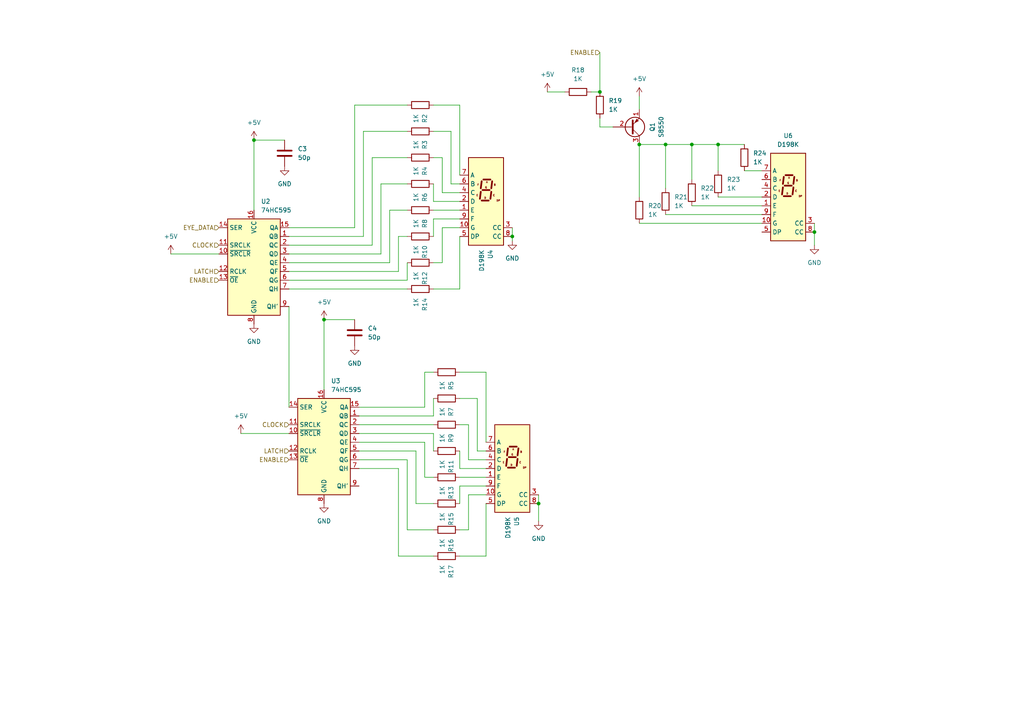
<source format=kicad_sch>
(kicad_sch (version 20211123) (generator eeschema)
  (paper "A4")
  (lib_symbols
    (symbol "74xx:74HC595"
      (property "Reference" "U" (at -7.62 13.97 0))
      (property "Value" "74HC595" (at -7.62 -16.51 0))
      (symbol "74HC595_1_0"
        (pin tri_state line (at 10.16 7.62 180) (length 2.54) (name "QB") (number "1"))
        (pin input line (at -10.16 2.54 0) (length 2.54) (name "~{SRCLR}") (number "10"))
        (pin input line (at -10.16 5.08 0) (length 2.54) (name "SRCLK") (number "11"))
        (pin input line (at -10.16 -2.54 0) (length 2.54) (name "RCLK") (number "12"))
        (pin input line (at -10.16 -5.08 0) (length 2.54) (name "~{OE}") (number "13"))
        (pin input line (at -10.16 10.16 0) (length 2.54) (name "SER") (number "14"))
        (pin tri_state line (at 10.16 10.16 180) (length 2.54) (name "QA") (number "15"))
        (pin power_in line (at 0 15.24 270) (length 2.54) (name "VCC") (number "16"))
        (pin tri_state line (at 10.16 5.08 180) (length 2.54) (name "QC") (number "2"))
        (pin tri_state line (at 10.16 2.54 180) (length 2.54) (name "QD") (number "3"))
        (pin tri_state line (at 10.16 0 180) (length 2.54) (name "QE") (number "4"))
        (pin tri_state line (at 10.16 -2.54 180) (length 2.54) (name "QF") (number "5"))
        (pin tri_state line (at 10.16 -5.08 180) (length 2.54) (name "QG") (number "6"))
        (pin tri_state line (at 10.16 -7.62 180) (length 2.54) (name "QH") (number "7"))
        (pin power_in line (at 0 -17.78 90) (length 2.54) (name "GND") (number "8"))
        (pin output line (at 10.16 -12.7 180) (length 2.54) (name "QH'") (number "9"))
      )
      (symbol "74HC595_1_1"
        (rectangle (start -7.62 12.7) (end 7.62 -15.24) (stroke (width 0.254)) (fill (type background)))
      )
    )
    (symbol "Device:C" (pin_numbers hide) (pin_names (offset 0.254))
      (property "Reference" "C" (at 0.635 2.54 0))
      (property "Value" "C" (at 0.635 -2.54 0))
      (symbol "C_0_1"
        (polyline (pts (xy -2.032 -0.762) (xy 2.032 -0.762)) (stroke (width 0.508)))
        (polyline (pts (xy -2.032 0.762) (xy 2.032 0.762)) (stroke (width 0.508)))
      )
      (symbol "C_1_1"
        (pin passive line (at 0 3.81 270) (length 2.794) (name "~") (number "1"))
        (pin passive line (at 0 -3.81 90) (length 2.794) (name "~") (number "2"))
      )
    )
    (symbol "Device:R" (pin_numbers hide) (pin_names (offset 0))
      (property "Reference" "R" (at 2.032 0 90))
      (property "Value" "R" (at 0 0 90))
      (symbol "R_0_1"
        (rectangle (start -1.016 -2.54) (end 1.016 2.54) (stroke (width 0.254)))
      )
      (symbol "R_1_1"
        (pin passive line (at 0 3.81 270) (length 1.27) (name "~") (number "1"))
        (pin passive line (at 0 -3.81 90) (length 1.27) (name "~") (number "2"))
      )
    )
    (symbol "Display_Character:D198K"
      (property "Reference" "U" (at -2.54 13.97 0))
      (property "Value" "D198K" (at 1.27 13.97 0))
      (symbol "D198K_0_0"
        (text "A" (at 0.254 5.588 0) (effects (font (size 0.508 0.508))))
        (text "B" (at 2.54 4.826 0) (effects (font (size 0.508 0.508))))
        (text "C" (at 2.286 1.778 0) (effects (font (size 0.508 0.508))))
        (text "D" (at -0.254 1.016 0) (effects (font (size 0.508 0.508))))
        (text "DP" (at 3.556 0.254 0) (effects (font (size 0.508 0.508))))
        (text "E" (at -2.54 1.778 0) (effects (font (size 0.508 0.508))))
        (text "F" (at -2.286 4.826 0) (effects (font (size 0.508 0.508))))
        (text "G" (at 0 4.064 0) (effects (font (size 0.508 0.508))))
      )
      (symbol "D198K_0_1"
        (rectangle (start -5.08 12.7) (end 5.08 -12.7) (stroke (width 0.254)) (fill (type background)))
        (polyline (pts (xy -1.524 2.794) (xy -1.778 0.762)) (stroke (width 0.508)))
        (polyline (pts (xy -1.27 0.254) (xy 0.762 0.254)) (stroke (width 0.508)))
        (polyline (pts (xy -1.27 5.842) (xy -1.524 3.81)) (stroke (width 0.508)))
        (polyline (pts (xy -1.016 3.302) (xy 1.016 3.302)) (stroke (width 0.508)))
        (polyline (pts (xy -0.762 6.35) (xy 1.27 6.35)) (stroke (width 0.508)))
        (polyline (pts (xy 1.524 2.794) (xy 1.27 0.762)) (stroke (width 0.508)))
        (polyline (pts (xy 1.778 5.842) (xy 1.524 3.81)) (stroke (width 0.508)))
        (polyline (pts (xy 2.54 0.254) (xy 2.54 0.254)) (stroke (width 0.508)))
      )
      (symbol "D198K_1_1"
        (pin input line (at -7.62 -2.54 0) (length 2.54) (name "E") (number "1"))
        (pin input line (at -7.62 -7.62 0) (length 2.54) (name "G") (number "10"))
        (pin input line (at -7.62 0 0) (length 2.54) (name "D") (number "2"))
        (pin input line (at 7.62 -7.62 180) (length 2.54) (name "CC") (number "3"))
        (pin input line (at -7.62 2.54 0) (length 2.54) (name "C") (number "4"))
        (pin input line (at -7.62 -10.16 0) (length 2.54) (name "DP") (number "5"))
        (pin input line (at -7.62 5.08 0) (length 2.54) (name "B") (number "6"))
        (pin input line (at -7.62 7.62 0) (length 2.54) (name "A") (number "7"))
        (pin input line (at 7.62 -10.16 180) (length 2.54) (name "CC") (number "8"))
        (pin input line (at -7.62 -5.08 0) (length 2.54) (name "F") (number "9"))
      )
    )
    (symbol "Transistor_BJT:S8550" (pin_names (offset 0) hide)
      (property "Reference" "Q" (at 5.08 1.905 0))
      (property "Value" "S8550" (at 5.08 0 0))
      (symbol "S8550_0_1"
        (polyline (pts (xy 0 0) (xy 0.635 0)))
        (polyline (pts (xy 2.54 -2.54) (xy 0.635 -0.635)))
        (polyline (pts (xy 2.54 2.54) (xy 0.635 0.635)))
        (polyline (pts (xy 0.635 1.905) (xy 0.635 -1.905) (xy 0.635 -1.905)) (stroke (width 0.508)) (fill (type outline)))
        (polyline (pts (xy 1.778 -2.286) (xy 2.286 -1.778) (xy 1.27 -1.27) (xy 1.778 -2.286) (xy 1.778 -2.286)) (fill (type outline)))
        (circle (center 1.27 0) (radius 2.8194) (stroke (width 0.254)))
      )
      (symbol "S8550_1_1"
        (pin passive line (at 2.54 -5.08 90) (length 2.54) (name "E") (number "1"))
        (pin input line (at -5.08 0 0) (length 5.08) (name "B") (number "2"))
        (pin passive line (at 2.54 5.08 270) (length 2.54) (name "C") (number "3"))
      )
    )
    (symbol "power:+5V" (power) (pin_names (offset 0))
      (property "Value" "+5V" (at 0 3.556 0))
      (symbol "+5V_0_1"
        (polyline (pts (xy -0.762 1.27) (xy 0 2.54)))
        (polyline (pts (xy 0 0) (xy 0 2.54)))
        (polyline (pts (xy 0 2.54) (xy 0.762 1.27)))
      )
      (symbol "+5V_1_1"
        (pin power_in line (at 0 0 90) (length 0) hide (name "+5V") (number "1"))
      )
    )
    (symbol "power:GND" (power) (pin_names (offset 0))
      (property "Value" "GND" (at 0 -3.81 0))
      (symbol "GND_0_1"
        (polyline (pts (xy 0 0) (xy 0 -1.27) (xy 1.27 -1.27) (xy 0 -2.54) (xy -1.27 -1.27) (xy 0 -1.27)))
      )
      (symbol "GND_1_1"
        (pin power_in line (at 0 0 270) (length 0) hide (name "GND") (number "1"))
      )
    )
  )
  (junction (at 236.22 67.31))
  (junction (at 200.66 41.91))
  (junction (at 173.99 26.67))
  (junction (at 93.98 92.71))
  (junction (at 73.66 40.64))
  (junction (at 208.28 41.91))
  (junction (at 156.21 146.05))
  (junction (at 193.04 41.91))
  (junction (at 148.59 68.58))
  (junction (at 185.42 41.91))
  (wire (pts (xy 123.19 138.43) (xy 123.19 128.27)))
  (wire (pts (xy 128.27 55.88) (xy 133.35 55.88)))
  (wire (pts (xy 133.35 83.82) (xy 133.35 68.58)))
  (wire (pts (xy 177.8 36.83) (xy 173.99 36.83)))
  (wire (pts (xy 135.89 133.35) (xy 140.97 133.35)))
  (wire (pts (xy 135.89 143.51) (xy 135.89 153.67)))
  (wire (pts (xy 173.99 15.24) (xy 173.99 26.67)))
  (wire (pts (xy 133.35 107.95) (xy 140.97 107.95)))
  (wire (pts (xy 185.42 64.77) (xy 220.98 64.77)))
  (wire (pts (xy 140.97 140.97) (xy 133.35 140.97)))
  (wire (pts (xy 236.22 64.77) (xy 236.22 67.31)))
  (wire (pts (xy 125.73 153.67) (xy 118.11 153.67)))
  (wire (pts (xy 69.85 125.73) (xy 83.82 125.73)))
  (wire (pts (xy 93.98 92.71) (xy 93.98 113.03)))
  (wire (pts (xy 104.14 125.73) (xy 125.73 125.73)))
  (wire (pts (xy 193.04 41.91) (xy 193.04 54.61)))
  (wire (pts (xy 133.35 30.48) (xy 133.35 50.8)))
  (wire (pts (xy 118.11 133.35) (xy 104.14 133.35)))
  (wire (pts (xy 135.89 153.67) (xy 133.35 153.67)))
  (wire (pts (xy 128.27 76.2) (xy 125.73 76.2)))
  (wire (pts (xy 102.87 66.04) (xy 83.82 66.04)))
  (wire (pts (xy 185.42 27.94) (xy 185.42 31.75)))
  (wire (pts (xy 105.41 38.1) (xy 118.11 38.1)))
  (wire (pts (xy 133.35 130.81) (xy 133.35 135.89)))
  (wire (pts (xy 215.9 41.91) (xy 208.28 41.91)))
  (wire (pts (xy 73.66 40.64) (xy 82.55 40.64)))
  (wire (pts (xy 200.66 41.91) (xy 193.04 41.91)))
  (wire (pts (xy 118.11 30.48) (xy 102.87 30.48)))
  (wire (pts (xy 193.04 62.23) (xy 220.98 62.23)))
  (wire (pts (xy 133.35 53.34) (xy 130.81 53.34)))
  (wire (pts (xy 133.35 135.89) (xy 140.97 135.89)))
  (wire (pts (xy 148.59 66.04) (xy 148.59 68.58)))
  (wire (pts (xy 104.14 130.81) (xy 120.65 130.81)))
  (wire (pts (xy 115.57 135.89) (xy 104.14 135.89)))
  (wire (pts (xy 125.73 107.95) (xy 123.19 107.95)))
  (wire (pts (xy 133.35 63.5) (xy 125.73 63.5)))
  (wire (pts (xy 118.11 153.67) (xy 118.11 133.35)))
  (wire (pts (xy 171.45 26.67) (xy 173.99 26.67)))
  (wire (pts (xy 115.57 68.58) (xy 118.11 68.58)))
  (wire (pts (xy 236.22 67.31) (xy 236.22 71.12)))
  (wire (pts (xy 138.43 130.81) (xy 138.43 115.57)))
  (wire (pts (xy 133.35 60.96) (xy 125.73 60.96)))
  (wire (pts (xy 215.9 49.53) (xy 220.98 49.53)))
  (wire (pts (xy 104.14 123.19) (xy 125.73 123.19)))
  (wire (pts (xy 115.57 78.74) (xy 115.57 68.58)))
  (wire (pts (xy 115.57 161.29) (xy 115.57 135.89)))
  (wire (pts (xy 110.49 73.66) (xy 110.49 53.34)))
  (wire (pts (xy 133.35 66.04) (xy 128.27 66.04)))
  (wire (pts (xy 105.41 68.58) (xy 105.41 38.1)))
  (wire (pts (xy 156.21 146.05) (xy 156.21 151.13)))
  (wire (pts (xy 83.82 118.11) (xy 83.82 88.9)))
  (wire (pts (xy 148.59 68.58) (xy 148.59 69.85)))
  (wire (pts (xy 113.03 60.96) (xy 113.03 76.2)))
  (wire (pts (xy 208.28 41.91) (xy 200.66 41.91)))
  (wire (pts (xy 118.11 81.28) (xy 118.11 76.2)))
  (wire (pts (xy 125.73 125.73) (xy 125.73 130.81)))
  (wire (pts (xy 83.82 68.58) (xy 105.41 68.58)))
  (wire (pts (xy 83.82 81.28) (xy 118.11 81.28)))
  (wire (pts (xy 200.66 41.91) (xy 200.66 52.07)))
  (wire (pts (xy 113.03 76.2) (xy 83.82 76.2)))
  (wire (pts (xy 123.19 128.27) (xy 104.14 128.27)))
  (wire (pts (xy 138.43 115.57) (xy 133.35 115.57)))
  (wire (pts (xy 133.35 123.19) (xy 135.89 123.19)))
  (wire (pts (xy 125.73 53.34) (xy 125.73 58.42)))
  (wire (pts (xy 140.97 107.95) (xy 140.97 128.27)))
  (wire (pts (xy 140.97 146.05) (xy 140.97 161.29)))
  (wire (pts (xy 123.19 118.11) (xy 104.14 118.11)))
  (wire (pts (xy 110.49 53.34) (xy 118.11 53.34)))
  (wire (pts (xy 185.42 41.91) (xy 185.42 57.15)))
  (wire (pts (xy 104.14 120.65) (xy 125.73 120.65)))
  (wire (pts (xy 133.35 140.97) (xy 133.35 146.05)))
  (wire (pts (xy 49.53 73.66) (xy 63.5 73.66)))
  (wire (pts (xy 73.66 40.64) (xy 73.66 60.96)))
  (wire (pts (xy 125.73 63.5) (xy 125.73 68.58)))
  (wire (pts (xy 83.82 78.74) (xy 115.57 78.74)))
  (wire (pts (xy 208.28 57.15) (xy 220.98 57.15)))
  (wire (pts (xy 173.99 36.83) (xy 173.99 34.29)))
  (wire (pts (xy 135.89 123.19) (xy 135.89 133.35)))
  (wire (pts (xy 128.27 45.72) (xy 128.27 55.88)))
  (wire (pts (xy 83.82 71.12) (xy 107.95 71.12)))
  (wire (pts (xy 120.65 146.05) (xy 125.73 146.05)))
  (wire (pts (xy 158.75 26.67) (xy 163.83 26.67)))
  (wire (pts (xy 123.19 107.95) (xy 123.19 118.11)))
  (wire (pts (xy 133.35 83.82) (xy 125.73 83.82)))
  (wire (pts (xy 185.42 41.91) (xy 193.04 41.91)))
  (wire (pts (xy 130.81 38.1) (xy 125.73 38.1)))
  (wire (pts (xy 120.65 130.81) (xy 120.65 146.05)))
  (wire (pts (xy 208.28 41.91) (xy 208.28 49.53)))
  (wire (pts (xy 125.73 161.29) (xy 115.57 161.29)))
  (wire (pts (xy 93.98 92.71) (xy 102.87 92.71)))
  (wire (pts (xy 200.66 59.69) (xy 220.98 59.69)))
  (wire (pts (xy 107.95 45.72) (xy 107.95 71.12)))
  (wire (pts (xy 125.73 120.65) (xy 125.73 115.57)))
  (wire (pts (xy 125.73 138.43) (xy 123.19 138.43)))
  (wire (pts (xy 118.11 45.72) (xy 107.95 45.72)))
  (wire (pts (xy 140.97 161.29) (xy 133.35 161.29)))
  (wire (pts (xy 128.27 66.04) (xy 128.27 76.2)))
  (wire (pts (xy 83.82 83.82) (xy 118.11 83.82)))
  (wire (pts (xy 130.81 53.34) (xy 130.81 38.1)))
  (wire (pts (xy 125.73 58.42) (xy 133.35 58.42)))
  (wire (pts (xy 102.87 30.48) (xy 102.87 66.04)))
  (wire (pts (xy 125.73 45.72) (xy 128.27 45.72)))
  (wire (pts (xy 118.11 60.96) (xy 113.03 60.96)))
  (wire (pts (xy 83.82 73.66) (xy 110.49 73.66)))
  (wire (pts (xy 140.97 130.81) (xy 138.43 130.81)))
  (wire (pts (xy 140.97 138.43) (xy 133.35 138.43)))
  (wire (pts (xy 140.97 143.51) (xy 135.89 143.51)))
  (wire (pts (xy 156.21 143.51) (xy 156.21 146.05)))
  (wire (pts (xy 125.73 30.48) (xy 133.35 30.48)))
  (hierarchical_label "ENABLE" (shape input) (at 83.82 133.35 180))
  (hierarchical_label "CLOCK" (shape input) (at 83.82 123.19 180))
  (hierarchical_label "CLOCK" (shape input) (at 63.5 71.12 180))
  (hierarchical_label "ENABLE" (shape input) (at 173.99 15.24 180))
  (hierarchical_label "EYE_DATA" (shape input) (at 63.5 66.04 180))
  (hierarchical_label "LATCH" (shape input) (at 63.5 78.74 180))
  (hierarchical_label "ENABLE" (shape input) (at 63.5 81.28 180))
  (hierarchical_label "LATCH" (shape input) (at 83.82 130.81 180))
  (symbol (lib_id "power:GND") (at 82.55 48.26 0) (unit 1)
    (property "Reference" "#PWR0109" (effects hide))
    (property "Value" "GND" (at 82.55 53.34 0))
  )
  (symbol (lib_id "Device:R") (at 121.92 83.82 90) (unit 1)
    (property "Reference" "R14" (at 123.1901 86.36 0) (effects (justify right)))
    (property "Value" "1K" (at 120.6501 86.36 0) (effects (justify right)))
    (property "Footprint" "Resistor_THT:R_Axial_DIN0207_L6.3mm_D2.5mm_P7.62mm_Horizontal" (effects hide))
  )
  (symbol (lib_id "power:GND") (at 236.22 71.12 0) (unit 1)
    (property "Reference" "#PWR0119" (effects hide))
    (property "Value" "GND" (at 236.22 76.2 0))
  )
  (symbol (lib_id "Device:R") (at 200.66 55.88 0) (unit 1)
    (property "Reference" "R22" (at 203.2 54.6099 0) (effects (justify left)))
    (property "Value" "1K" (at 203.2 57.1499 0) (effects (justify left)))
    (property "Footprint" "Resistor_THT:R_Axial_DIN0207_L6.3mm_D2.5mm_P7.62mm_Horizontal" (effects hide))
  )
  (symbol (lib_id "Device:R") (at 121.92 76.2 90) (unit 1)
    (property "Reference" "R12" (at 123.1901 78.74 0) (effects (justify right)))
    (property "Value" "1K" (at 120.6501 78.74 0) (effects (justify right)))
    (property "Footprint" "Resistor_THT:R_Axial_DIN0207_L6.3mm_D2.5mm_P7.62mm_Horizontal" (effects hide))
  )
  (symbol (lib_id "power:+5V") (at 73.66 40.64 0) (unit 1)
    (property "Reference" "#PWR0108" (effects hide))
    (property "Value" "+5V" (at 73.66 35.56 0))
  )
  (symbol (lib_id "power:+5V") (at 49.53 73.66 0) (unit 1)
    (property "Reference" "#PWR0111" (effects hide))
    (property "Value" "+5V" (at 49.53 68.58 0))
  )
  (symbol (lib_id "power:GND") (at 148.59 69.85 0) (unit 1)
    (property "Reference" "#PWR0117" (effects hide))
    (property "Value" "GND" (at 148.59 74.93 0))
  )
  (symbol (lib_id "Device:R") (at 129.54 161.29 90) (unit 1)
    (property "Reference" "R17" (at 130.8101 163.83 0) (effects (justify right)))
    (property "Value" "1K" (at 128.2701 163.83 0) (effects (justify right)))
    (property "Footprint" "Resistor_THT:R_Axial_DIN0207_L6.3mm_D2.5mm_P7.62mm_Horizontal" (effects hide))
  )
  (symbol (lib_id "Device:R") (at 167.64 26.67 90) (unit 1)
    (property "Reference" "R18" (at 167.64 20.32 90))
    (property "Value" "1K" (at 167.64 22.86 90))
    (property "Footprint" "Resistor_THT:R_Axial_DIN0207_L6.3mm_D2.5mm_P7.62mm_Horizontal" (effects hide))
  )
  (symbol (lib_id "Display_Character:D198K") (at 140.97 58.42 0) (unit 1)
    (property "Reference" "U4" (at 142.2401 72.39 90) (effects (justify right)))
    (property "Value" "D198K" (at 139.7001 72.39 90) (effects (justify right)))
    (property "Footprint" "Display_7Segment:7SegmentLED_LTS6760_LTS6780" (effects hide))
    (property "Datasheet" "https://ia800903.us.archive.org/24/items/CTKD1x8K/Cromatek%20D168K.pdf" (effects hide))
  )
  (symbol (lib_id "Device:C") (at 82.55 44.45 0) (unit 1)
    (property "Reference" "C3" (at 86.36 43.1799 0) (effects (justify left)))
    (property "Value" "50p" (at 86.36 45.7199 0) (effects (justify left)))
    (property "Footprint" "Capacitor_THT:CP_Radial_D6.3mm_P2.50mm" (effects hide))
  )
  (symbol (lib_id "power:GND") (at 93.98 146.05 0) (unit 1)
    (property "Reference" "#PWR0113" (effects hide))
    (property "Value" "GND" (at 93.98 151.13 0))
  )
  (symbol (lib_id "Device:R") (at 208.28 53.34 0) (unit 1)
    (property "Reference" "R23" (at 210.82 52.0699 0) (effects (justify left)))
    (property "Value" "1K" (at 210.82 54.6099 0) (effects (justify left)))
    (property "Footprint" "Resistor_THT:R_Axial_DIN0207_L6.3mm_D2.5mm_P7.62mm_Horizontal" (effects hide))
  )
  (symbol (lib_id "power:GND") (at 156.21 151.13 0) (unit 1)
    (property "Reference" "#PWR0115" (effects hide))
    (property "Value" "GND" (at 156.21 156.21 0))
  )
  (symbol (lib_id "Device:R") (at 193.04 58.42 180) (unit 1)
    (property "Reference" "R21" (at 195.58 57.1499 0) (effects (justify right)))
    (property "Value" "1K" (at 195.58 59.6899 0) (effects (justify right)))
    (property "Footprint" "Resistor_THT:R_Axial_DIN0207_L6.3mm_D2.5mm_P7.62mm_Horizontal" (effects hide))
  )
  (symbol (lib_id "Device:R") (at 129.54 138.43 90) (unit 1)
    (property "Reference" "R13" (at 130.8101 140.97 0) (effects (justify right)))
    (property "Value" "1K" (at 128.2701 140.97 0) (effects (justify right)))
    (property "Footprint" "Resistor_THT:R_Axial_DIN0207_L6.3mm_D2.5mm_P7.62mm_Horizontal" (effects hide))
  )
  (symbol (lib_id "74xx:74HC595") (at 73.66 76.2 0) (unit 1)
    (property "Reference" "U2" (at 75.6794 58.42 0) (effects (justify left)))
    (property "Value" "74HC595" (at 75.6794 60.96 0) (effects (justify left)))
    (property "Footprint" "Package_DIP:DIP-16_W7.62mm" (effects hide))
    (property "Datasheet" "http://www.ti.com/lit/ds/symlink/sn74hc595.pdf" (effects hide))
  )
  (symbol (lib_id "Device:R") (at 121.92 30.48 90) (unit 1)
    (property "Reference" "R2" (at 123.1901 33.02 0) (effects (justify right)))
    (property "Value" "1K" (at 120.6501 33.02 0) (effects (justify right)))
    (property "Footprint" "Resistor_THT:R_Axial_DIN0207_L6.3mm_D2.5mm_P7.62mm_Horizontal" (effects hide))
  )
  (symbol (lib_id "Device:R") (at 121.92 68.58 90) (unit 1)
    (property "Reference" "R10" (at 123.1901 71.12 0) (effects (justify right)))
    (property "Value" "1K" (at 120.6501 71.12 0) (effects (justify right)))
    (property "Footprint" "Resistor_THT:R_Axial_DIN0207_L6.3mm_D2.5mm_P7.62mm_Horizontal" (effects hide))
  )
  (symbol (lib_id "Device:R") (at 129.54 130.81 90) (unit 1)
    (property "Reference" "R11" (at 130.8101 133.35 0) (effects (justify right)))
    (property "Value" "1K" (at 128.2701 133.35 0) (effects (justify right)))
    (property "Footprint" "Resistor_THT:R_Axial_DIN0207_L6.3mm_D2.5mm_P7.62mm_Horizontal" (effects hide))
  )
  (symbol (lib_id "Device:R") (at 129.54 107.95 90) (unit 1)
    (property "Reference" "R5" (at 130.8101 110.49 0) (effects (justify right)))
    (property "Value" "1K" (at 128.2701 110.49 0) (effects (justify right)))
    (property "Footprint" "Resistor_THT:R_Axial_DIN0207_L6.3mm_D2.5mm_P7.62mm_Horizontal" (effects hide))
  )
  (symbol (lib_id "74xx:74HC595") (at 93.98 128.27 0) (unit 1)
    (property "Reference" "U3" (at 95.9994 110.49 0) (effects (justify left)))
    (property "Value" "74HC595" (at 95.9994 113.03 0) (effects (justify left)))
    (property "Footprint" "Package_DIP:DIP-16_W7.62mm" (effects hide))
    (property "Datasheet" "http://www.ti.com/lit/ds/symlink/sn74hc595.pdf" (effects hide))
  )
  (symbol (lib_id "Device:R") (at 129.54 146.05 90) (unit 1)
    (property "Reference" "R15" (at 130.8101 148.59 0) (effects (justify right)))
    (property "Value" "1K" (at 128.2701 148.59 0) (effects (justify right)))
    (property "Footprint" "Resistor_THT:R_Axial_DIN0207_L6.3mm_D2.5mm_P7.62mm_Horizontal" (effects hide))
  )
  (symbol (lib_id "Device:R") (at 215.9 45.72 0) (unit 1)
    (property "Reference" "R24" (at 218.44 44.4499 0) (effects (justify left)))
    (property "Value" "1K" (at 218.44 46.9899 0) (effects (justify left)))
    (property "Footprint" "Resistor_THT:R_Axial_DIN0207_L6.3mm_D2.5mm_P7.62mm_Horizontal" (effects hide))
  )
  (symbol (lib_id "Device:R") (at 121.92 60.96 90) (unit 1)
    (property "Reference" "R8" (at 123.1901 63.5 0) (effects (justify right)))
    (property "Value" "1K" (at 120.6501 63.5 0) (effects (justify right)))
    (property "Footprint" "Resistor_THT:R_Axial_DIN0207_L6.3mm_D2.5mm_P7.62mm_Horizontal" (effects hide))
  )
  (symbol (lib_id "power:+5V") (at 185.42 27.94 0) (unit 1)
    (property "Reference" "#PWR?" (effects hide))
    (property "Value" "+5V" (at 185.42 22.86 0))
  )
  (symbol (lib_id "power:+5V") (at 93.98 92.71 0) (unit 1)
    (property "Reference" "#PWR0112" (effects hide))
    (property "Value" "+5V" (at 93.98 87.63 0))
  )
  (symbol (lib_id "Device:R") (at 121.92 38.1 90) (unit 1)
    (property "Reference" "R3" (at 123.1901 40.64 0) (effects (justify right)))
    (property "Value" "1K" (at 120.6501 40.64 0) (effects (justify right)))
    (property "Footprint" "Resistor_THT:R_Axial_DIN0207_L6.3mm_D2.5mm_P7.62mm_Horizontal" (effects hide))
  )
  (symbol (lib_id "Device:R") (at 121.92 53.34 90) (unit 1)
    (property "Reference" "R6" (at 123.1901 55.88 0) (effects (justify right)))
    (property "Value" "1K" (at 120.6501 55.88 0) (effects (justify right)))
    (property "Footprint" "Resistor_THT:R_Axial_DIN0207_L6.3mm_D2.5mm_P7.62mm_Horizontal" (effects hide))
  )
  (symbol (lib_id "Device:R") (at 121.92 45.72 90) (unit 1)
    (property "Reference" "R4" (at 123.1901 48.26 0) (effects (justify right)))
    (property "Value" "1K" (at 120.6501 48.26 0) (effects (justify right)))
    (property "Footprint" "Resistor_THT:R_Axial_DIN0207_L6.3mm_D2.5mm_P7.62mm_Horizontal" (effects hide))
  )
  (symbol (lib_id "power:+5V") (at 69.85 125.73 0) (unit 1)
    (property "Reference" "#PWR0114" (effects hide))
    (property "Value" "+5V" (at 69.85 120.65 0))
  )
  (symbol (lib_id "power:GND") (at 102.87 100.33 0) (unit 1)
    (property "Reference" "#PWR0116" (effects hide))
    (property "Value" "GND" (at 102.87 105.41 0))
  )
  (symbol (lib_id "power:+5V") (at 158.75 26.67 0) (unit 1)
    (property "Reference" "#PWR0118" (effects hide))
    (property "Value" "+5V" (at 158.75 21.59 0))
  )
  (symbol (lib_id "Device:C") (at 102.87 96.52 0) (unit 1)
    (property "Reference" "C4" (at 106.68 95.2499 0) (effects (justify left)))
    (property "Value" "50p" (at 106.68 97.7899 0) (effects (justify left)))
    (property "Footprint" "Capacitor_THT:CP_Radial_D6.3mm_P2.50mm" (effects hide))
  )
  (symbol (lib_id "Display_Character:D198K") (at 148.59 135.89 0) (unit 1)
    (property "Reference" "U5" (at 149.8601 149.86 90) (effects (justify right)))
    (property "Value" "D198K" (at 147.3201 149.86 90) (effects (justify right)))
    (property "Footprint" "Display_7Segment:7SegmentLED_LTS6760_LTS6780" (effects hide))
    (property "Datasheet" "https://ia800903.us.archive.org/24/items/CTKD1x8K/Cromatek%20D168K.pdf" (effects hide))
  )
  (symbol (lib_id "Device:R") (at 129.54 153.67 90) (unit 1)
    (property "Reference" "R16" (at 130.8101 156.21 0) (effects (justify right)))
    (property "Value" "1K" (at 128.2701 156.21 0) (effects (justify right)))
    (property "Footprint" "Resistor_THT:R_Axial_DIN0207_L6.3mm_D2.5mm_P7.62mm_Horizontal" (effects hide))
  )
  (symbol (lib_id "Device:R") (at 129.54 123.19 90) (unit 1)
    (property "Reference" "R9" (at 130.8101 125.73 0) (effects (justify right)))
    (property "Value" "1K" (at 128.2701 125.73 0) (effects (justify right)))
    (property "Footprint" "Resistor_THT:R_Axial_DIN0207_L6.3mm_D2.5mm_P7.62mm_Horizontal" (effects hide))
  )
  (symbol (lib_id "Device:R") (at 173.99 30.48 180) (unit 1)
    (property "Reference" "R19" (at 176.53 29.2099 0) (effects (justify right)))
    (property "Value" "1K" (at 176.53 31.7499 0) (effects (justify right)))
    (property "Footprint" "Resistor_THT:R_Axial_DIN0207_L6.3mm_D2.5mm_P7.62mm_Horizontal" (effects hide))
  )
  (symbol (lib_id "Device:R") (at 185.42 60.96 180) (unit 1)
    (property "Reference" "R20" (at 187.96 59.6899 0) (effects (justify right)))
    (property "Value" "1K" (at 187.96 62.2299 0) (effects (justify right)))
    (property "Footprint" "Resistor_THT:R_Axial_DIN0207_L6.3mm_D2.5mm_P7.62mm_Horizontal" (effects hide))
  )
  (symbol (lib_id "Transistor_BJT:S8550") (at 182.88 36.83 0) (mirror x) (unit 1)
    (property "Reference" "Q1" (at 189.23 36.83 90))
    (property "Value" "S8550" (at 191.77 36.83 90))
    (property "Footprint" "Package_TO_SOT_THT:TO-92_Inline" (effects hide))
    (property "Datasheet" "http://www.unisonic.com.tw/datasheet/S8550.pdf" (effects hide))
  )
  (symbol (lib_id "Display_Character:D198K") (at 228.6 57.15 0) (unit 1)
    (property "Reference" "U6" (at 228.6 39.37 0))
    (property "Value" "D198K" (at 228.6 41.91 0))
    (property "Footprint" "Display_7Segment:7SegmentLED_LTS6760_LTS6780" (effects hide))
    (property "Datasheet" "https://ia800903.us.archive.org/24/items/CTKD1x8K/Cromatek%20D168K.pdf" (effects hide))
  )
  (symbol (lib_id "power:GND") (at 73.66 93.98 0) (unit 1)
    (property "Reference" "#PWR0110" (effects hide))
    (property "Value" "GND" (at 73.66 99.06 0))
  )
  (symbol (lib_id "Device:R") (at 129.54 115.57 90) (unit 1)
    (property "Reference" "R7" (at 130.8101 118.11 0) (effects (justify right)))
    (property "Value" "1K" (at 128.2701 118.11 0) (effects (justify right)))
    (property "Footprint" "Resistor_THT:R_Axial_DIN0207_L6.3mm_D2.5mm_P7.62mm_Horizontal" (effects hide))
  )
)
</source>
